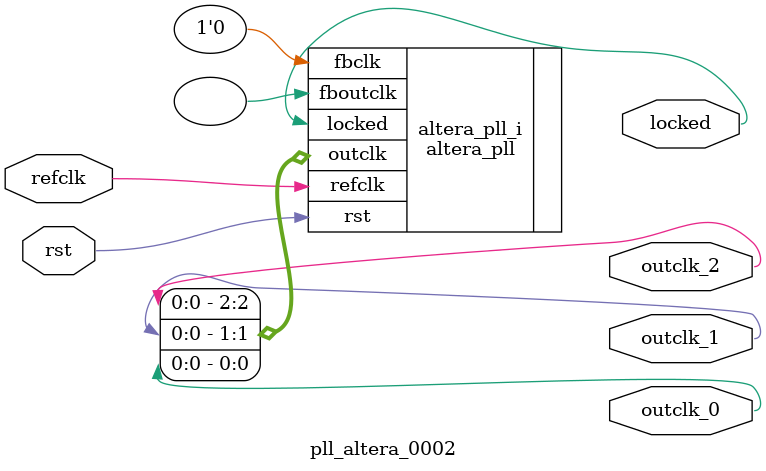
<source format=v>
`timescale 1ns/10ps
module  pll_altera_0002(

	// interface 'refclk'
	input wire refclk,

	// interface 'reset'
	input wire rst,

	// interface 'outclk0'
	output wire outclk_0,

	// interface 'outclk1'
	output wire outclk_1,

	// interface 'outclk2'
	output wire outclk_2,

	// interface 'locked'
	output wire locked
);

	altera_pll #(
		.fractional_vco_multiplier("false"),
		.reference_clock_frequency("50.0 MHz"),
		.operation_mode("direct"),
		.number_of_clocks(3),
		.output_clock_frequency0("25.000000 MHz"),
		.phase_shift0("0 ps"),
		.duty_cycle0(50),
		.output_clock_frequency1("50.000000 MHz"),
		.phase_shift1("0 ps"),
		.duty_cycle1(50),
		.output_clock_frequency2("100.000000 MHz"),
		.phase_shift2("0 ps"),
		.duty_cycle2(50),
		.output_clock_frequency3("0 MHz"),
		.phase_shift3("0 ps"),
		.duty_cycle3(50),
		.output_clock_frequency4("0 MHz"),
		.phase_shift4("0 ps"),
		.duty_cycle4(50),
		.output_clock_frequency5("0 MHz"),
		.phase_shift5("0 ps"),
		.duty_cycle5(50),
		.output_clock_frequency6("0 MHz"),
		.phase_shift6("0 ps"),
		.duty_cycle6(50),
		.output_clock_frequency7("0 MHz"),
		.phase_shift7("0 ps"),
		.duty_cycle7(50),
		.output_clock_frequency8("0 MHz"),
		.phase_shift8("0 ps"),
		.duty_cycle8(50),
		.output_clock_frequency9("0 MHz"),
		.phase_shift9("0 ps"),
		.duty_cycle9(50),
		.output_clock_frequency10("0 MHz"),
		.phase_shift10("0 ps"),
		.duty_cycle10(50),
		.output_clock_frequency11("0 MHz"),
		.phase_shift11("0 ps"),
		.duty_cycle11(50),
		.output_clock_frequency12("0 MHz"),
		.phase_shift12("0 ps"),
		.duty_cycle12(50),
		.output_clock_frequency13("0 MHz"),
		.phase_shift13("0 ps"),
		.duty_cycle13(50),
		.output_clock_frequency14("0 MHz"),
		.phase_shift14("0 ps"),
		.duty_cycle14(50),
		.output_clock_frequency15("0 MHz"),
		.phase_shift15("0 ps"),
		.duty_cycle15(50),
		.output_clock_frequency16("0 MHz"),
		.phase_shift16("0 ps"),
		.duty_cycle16(50),
		.output_clock_frequency17("0 MHz"),
		.phase_shift17("0 ps"),
		.duty_cycle17(50),
		.pll_type("General"),
		.pll_subtype("General")
	) altera_pll_i (
		.rst	(rst),
		.outclk	({outclk_2, outclk_1, outclk_0}),
		.locked	(locked),
		.fboutclk	( ),
		.fbclk	(1'b0),
		.refclk	(refclk)
	);
endmodule


</source>
